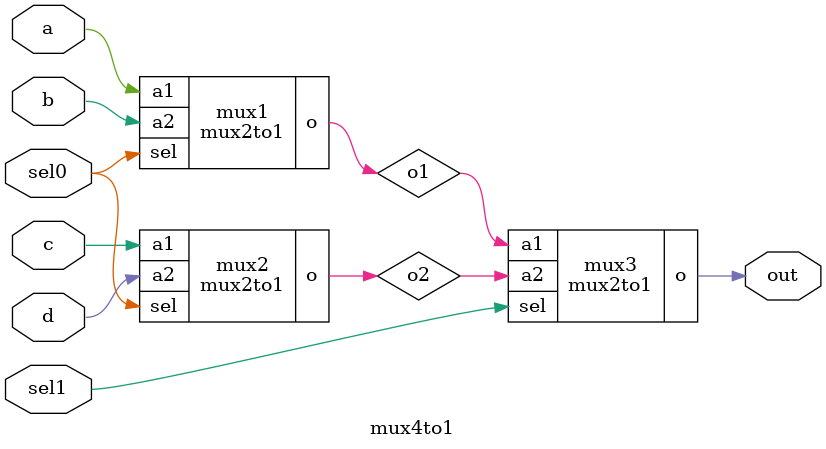
<source format=v>
module mux2to1(input a1, a2, sel, output o); 
assign o=sel?a2:a1;
endmodule

module mux4to1(input a, b, c, d, sel0, sel1, output out);
wire o1, o2;
mux2to1 mux1(
	.a1(a),
	.a2(b),
	.sel(sel0),
	.o(o1));
mux2to1 mux2(
	.a1(c),
	.a2(d),
	.sel(sel0),
	.o(o2));
mux2to1 mux3(
	.a1(o1),
	.a2(o2),
	.sel(sel1),
	.o(out));
endmodule




</source>
